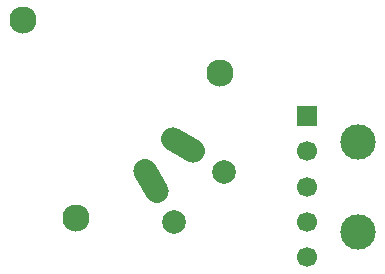
<source format=gts>
G04 DipTrace 4.2.0.0*
G04 opto board.gts*
%MOMM*%
G04 #@! TF.FileFunction,Soldermask,Top*
G04 #@! TF.Part,Single*
%AMOUTLINE24*
4,1,16,
0.36603,1.36603,
0.06332,1.69226,
-0.35096,1.85486,
-0.79476,1.8216,
-1.18017,1.59908,
-1.43087,1.23137,
-1.4972,0.7913,
-1.36603,0.36603,
-0.36603,-1.36603,
-0.06332,-1.69226,
0.35096,-1.85486,
0.79476,-1.8216,
1.18017,-1.59908,
1.43087,-1.23137,
1.4972,-0.7913,
1.36603,-0.36603,
0.36603,1.36603,
0*%
%AMOUTLINE25*
4,1,16,
-0.36603,1.36603,
-0.7913,1.4972,
-1.23137,1.43087,
-1.59908,1.18017,
-1.8216,0.79476,
-1.85486,0.35096,
-1.69226,-0.06332,
-1.36603,-0.36603,
0.36603,-1.36603,
0.7913,-1.4972,
1.23137,-1.43087,
1.59908,-1.18017,
1.8216,-0.79476,
1.85486,-0.35096,
1.69226,0.06332,
1.36603,0.36603,
-0.36603,1.36603,
0*%
%ADD25C,2.0*%
%ADD26C,2.3*%
%ADD27C,3.0*%
%ADD40C,1.7*%
%ADD42R,1.7X1.7*%
%ADD70OUTLINE24*%
%ADD71OUTLINE25*%
%FSLAX35Y35*%
G04*
G71*
G90*
G75*
G01*
G04 TopMask*
%LPD*%
D25*
X995900Y-575000D3*
D26*
X965900Y258800D3*
X-707100Y707100D3*
X-258800Y-965900D3*
D25*
X575000Y-995900D3*
D42*
X1700000Y-100000D3*
D40*
Y-400000D3*
Y-700000D3*
Y-1000000D3*
Y-1300000D3*
D27*
X2130000Y-325000D3*
Y-1085000D3*
D70*
X375000Y-650000D3*
D71*
X650000Y-350000D3*
M02*

</source>
